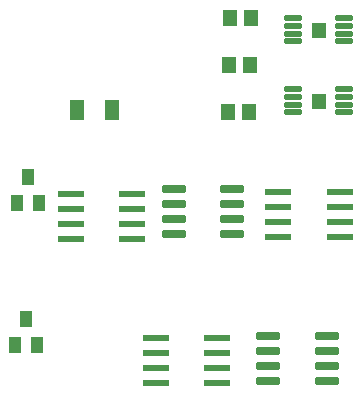
<source format=gbr>
%TF.GenerationSoftware,KiCad,Pcbnew,(6.0.5)*%
%TF.CreationDate,2023-06-19T01:06:53+02:00*%
%TF.ProjectId,PCB_Hoja,5043425f-486f-46a6-912e-6b696361645f,rev?*%
%TF.SameCoordinates,Original*%
%TF.FileFunction,Paste,Bot*%
%TF.FilePolarity,Positive*%
%FSLAX46Y46*%
G04 Gerber Fmt 4.6, Leading zero omitted, Abs format (unit mm)*
G04 Created by KiCad (PCBNEW (6.0.5)) date 2023-06-19 01:06:53*
%MOMM*%
%LPD*%
G01*
G04 APERTURE LIST*
G04 Aperture macros list*
%AMRoundRect*
0 Rectangle with rounded corners*
0 $1 Rounding radius*
0 $2 $3 $4 $5 $6 $7 $8 $9 X,Y pos of 4 corners*
0 Add a 4 corners polygon primitive as box body*
4,1,4,$2,$3,$4,$5,$6,$7,$8,$9,$2,$3,0*
0 Add four circle primitives for the rounded corners*
1,1,$1+$1,$2,$3*
1,1,$1+$1,$4,$5*
1,1,$1+$1,$6,$7*
1,1,$1+$1,$8,$9*
0 Add four rect primitives between the rounded corners*
20,1,$1+$1,$2,$3,$4,$5,0*
20,1,$1+$1,$4,$5,$6,$7,0*
20,1,$1+$1,$6,$7,$8,$9,0*
20,1,$1+$1,$8,$9,$2,$3,0*%
G04 Aperture macros list end*
%ADD10C,0.010000*%
%ADD11RoundRect,0.042000X0.943000X0.258000X-0.943000X0.258000X-0.943000X-0.258000X0.943000X-0.258000X0*%
%ADD12R,1.150000X1.450000*%
%ADD13R,2.200000X0.600000*%
%ADD14RoundRect,0.028800X0.696200X0.211200X-0.696200X0.211200X-0.696200X-0.211200X0.696200X-0.211200X0*%
%ADD15RoundRect,0.028800X-0.696200X-0.211200X0.696200X-0.211200X0.696200X0.211200X-0.696200X0.211200X0*%
%ADD16R,1.000000X1.400000*%
%ADD17R,1.160000X1.820000*%
G04 APERTURE END LIST*
%TO.C,R3*%
G36*
X137130000Y-74595000D02*
G01*
X136070000Y-74595000D01*
X136070000Y-73405000D01*
X137130000Y-73405000D01*
X137130000Y-74595000D01*
G37*
D10*
X137130000Y-74595000D02*
X136070000Y-74595000D01*
X136070000Y-73405000D01*
X137130000Y-73405000D01*
X137130000Y-74595000D01*
%TO.C,R4*%
G36*
X137130000Y-80595000D02*
G01*
X136070000Y-80595000D01*
X136070000Y-79405000D01*
X137130000Y-79405000D01*
X137130000Y-80595000D01*
G37*
X137130000Y-80595000D02*
X136070000Y-80595000D01*
X136070000Y-79405000D01*
X137130000Y-79405000D01*
X137130000Y-80595000D01*
%TD*%
D11*
%TO.C,U4*%
X137270000Y-99895000D03*
X137270000Y-101165000D03*
X137270000Y-102435000D03*
X137270000Y-103705000D03*
X132330000Y-103705000D03*
X132330000Y-102435000D03*
X132330000Y-101165000D03*
X132330000Y-99895000D03*
%TD*%
D12*
%TO.C,C13*%
X130800000Y-77000000D03*
X129000000Y-77000000D03*
%TD*%
D13*
%TO.C,U1*%
X138400000Y-87695000D03*
X138400000Y-88965000D03*
X138400000Y-90235000D03*
X138400000Y-91505000D03*
X133200000Y-91505000D03*
X133200000Y-90235000D03*
X133200000Y-88965000D03*
X133200000Y-87695000D03*
%TD*%
D14*
%TO.C,R3*%
X138760000Y-73025000D03*
X138760000Y-73675000D03*
X138760000Y-74325000D03*
X138760000Y-74975000D03*
D15*
X134440000Y-74975000D03*
X134440000Y-74325000D03*
X134440000Y-73675000D03*
X134440000Y-73025000D03*
%TD*%
D13*
%TO.C,U3*%
X120800000Y-87895000D03*
X120800000Y-89165000D03*
X120800000Y-90435000D03*
X120800000Y-91705000D03*
X115600000Y-91705000D03*
X115600000Y-90435000D03*
X115600000Y-89165000D03*
X115600000Y-87895000D03*
%TD*%
D16*
%TO.C,Q2*%
X112950000Y-88700000D03*
X111050000Y-88700000D03*
X112000000Y-86500000D03*
%TD*%
%TO.C,Q1*%
X112750000Y-100700000D03*
X110850000Y-100700000D03*
X111800000Y-98500000D03*
%TD*%
D11*
%TO.C,U2*%
X129270000Y-87495000D03*
X129270000Y-88765000D03*
X129270000Y-90035000D03*
X129270000Y-91305000D03*
X124330000Y-91305000D03*
X124330000Y-90035000D03*
X124330000Y-88765000D03*
X124330000Y-87495000D03*
%TD*%
D17*
%TO.C,R6*%
X119075000Y-80800000D03*
X116125000Y-80800000D03*
%TD*%
D12*
%TO.C,C15*%
X130700000Y-81000000D03*
X128900000Y-81000000D03*
%TD*%
D14*
%TO.C,R4*%
X138760000Y-79025000D03*
X138760000Y-79675000D03*
X138760000Y-80325000D03*
X138760000Y-80975000D03*
D15*
X134440000Y-80975000D03*
X134440000Y-80325000D03*
X134440000Y-79675000D03*
X134440000Y-79025000D03*
%TD*%
D13*
%TO.C,U5*%
X128000000Y-100095000D03*
X128000000Y-101365000D03*
X128000000Y-102635000D03*
X128000000Y-103905000D03*
X122800000Y-103905000D03*
X122800000Y-102635000D03*
X122800000Y-101365000D03*
X122800000Y-100095000D03*
%TD*%
D12*
%TO.C,C6*%
X130900000Y-73000000D03*
X129100000Y-73000000D03*
%TD*%
M02*

</source>
